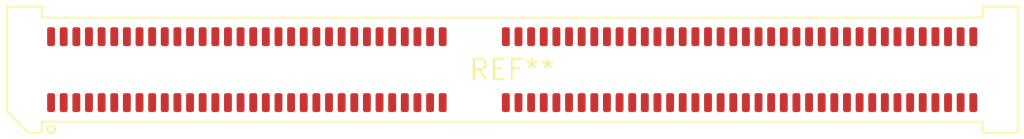
<source format=kicad_pcb>
(kicad_pcb (version 20240108) (generator pcbnew)
  (layers (0 "F.Cu" signal) (31 "B.Cu" signal) (34 "B.Paste" user) (35 "F.Paste" user) (36 "B.SilkS" user "B.Silkscreen") (37 "F.SilkS" user "F.Silkscreen") (38 "B.Mask" user) (39 "F.Mask" user) (44 "Edge.Cuts" user))
  (net 0 "")
  (footprint "Samtec_HSEC8-170-03-X-DV_2x70_P0.8mm_Pol32_Socket" (layer "F.Cu") (at 0 0)
    (property "Reference" "REF**")
    (property "Value" "Samtec_HSEC8-170-03-X-DV_2x70_P0.8mm_Pol32_Socket")
    (fp_line (start -32.01 -4.005) (end -29.79 -4.005) (layer "F.SilkS") (stroke (width 0.12)))
    (fp_line (start -32.01 2.640563) (end -32.01 -4.005) (layer "F.SilkS") (stroke (width 0.12)))
    (fp_line (start -30.645563 4.005) (end -32.01 2.640563) (layer "F.SilkS") (stroke (width 0.12)))
    (fp_line (start -29.79 -4.005) (end -29.79 -3.305) (layer "F.SilkS") (stroke (width 0.12)))
    (fp_line (start -29.79 -3.305) (end 29.79 -3.305) (layer "F.SilkS") (stroke (width 0.12)))
    (fp_line (start -29.79 3.305) (end -29.79 4.005) (layer "F.SilkS") (stroke (width 0.12)))
    (fp_line (start -29.79 4.005) (end -30.645563 4.005) (layer "F.SilkS") (stroke (width 0.12)))
    (fp_line (start 29.79 -4.005) (end 32.01 -4.005) (layer "F.SilkS") (stroke (width 0.12)))
    (fp_line (start 29.79 -3.305) (end 29.79 -4.005) (layer "F.SilkS") (stroke (width 0.12)))
    (fp_line (start 29.79 3.305) (end -29.79 3.305) (layer "F.SilkS") (stroke (width 0.12)))
    (fp_line (start 29.79 4.005) (end 29.79 3.305) (layer "F.SilkS") (stroke (width 0.12)))
    (fp_line (start 32.01 -4.005) (end 32.01 4.005) (layer "F.SilkS") (stroke (width 0.12)))
    (fp_line (start 32.01 4.005) (end 29.79 4.005) (layer "F.SilkS") (stroke (width 0.12)))
    (fp_arc (start -28.95 3.795) (mid -29.45 3.795) (end -28.95 3.795) (layer "F.SilkS") (stroke (width 0.12)))
    (pad "1" smd roundrect (at -29.2 2.095) (size 0.5 1.2) (layers "F.Cu" "F.Paste" "F.Mask"))
    (pad "2" smd roundrect (at -29.2 -2.095) (size 0.5 1.2) (layers "F.Cu" "F.Paste" "F.Mask"))
    (pad "3" smd roundrect (at -28.4 2.095) (size 0.5 1.2) (layers "F.Cu" "F.Paste" "F.Mask"))
    (pad "4" smd roundrect (at -28.4 -2.095) (size 0.5 1.2) (layers "F.Cu" "F.Paste" "F.Mask"))
    (pad "5" smd roundrect (at -27.6 2.095) (size 0.5 1.2) (layers "F.Cu" "F.Paste" "F.Mask"))
    (pad "6" smd roundrect (at -27.6 -2.095) (size 0.5 1.2) (layers "F.Cu" "F.Paste" "F.Mask"))
    (pad "7" smd roundrect (at -26.8 2.095) (size 0.5 1.2) (layers "F.Cu" "F.Paste" "F.Mask"))
    (pad "8" smd roundrect (at -26.8 -2.095) (size 0.5 1.2) (layers "F.Cu" "F.Paste" "F.Mask"))
    (pad "9" smd roundrect (at -26 2.095) (size 0.5 1.2) (layers "F.Cu" "F.Paste" "F.Mask"))
    (pad "10" smd roundrect (at -26 -2.095) (size 0.5 1.2) (layers "F.Cu" "F.Paste" "F.Mask"))
    (pad "11" smd roundrect (at -25.2 2.095) (size 0.5 1.2) (layers "F.Cu" "F.Paste" "F.Mask"))
    (pad "12" smd roundrect (at -25.2 -2.095) (size 0.5 1.2) (layers "F.Cu" "F.Paste" "F.Mask"))
    (pad "13" smd roundrect (at -24.4 2.095) (size 0.5 1.2) (layers "F.Cu" "F.Paste" "F.Mask"))
    (pad "14" smd roundrect (at -24.4 -2.095) (size 0.5 1.2) (layers "F.Cu" "F.Paste" "F.Mask"))
    (pad "15" smd roundrect (at -23.6 2.095) (size 0.5 1.2) (layers "F.Cu" "F.Paste" "F.Mask"))
    (pad "16" smd roundrect (at -23.6 -2.095) (size 0.5 1.2) (layers "F.Cu" "F.Paste" "F.Mask"))
    (pad "17" smd roundrect (at -22.8 2.095) (size 0.5 1.2) (layers "F.Cu" "F.Paste" "F.Mask"))
    (pad "18" smd roundrect (at -22.8 -2.095) (size 0.5 1.2) (layers "F.Cu" "F.Paste" "F.Mask"))
    (pad "19" smd roundrect (at -22 2.095) (size 0.5 1.2) (layers "F.Cu" "F.Paste" "F.Mask"))
    (pad "20" smd roundrect (at -22 -2.095) (size 0.5 1.2) (layers "F.Cu" "F.Paste" "F.Mask"))
    (pad "21" smd roundrect (at -21.2 2.095) (size 0.5 1.2) (layers "F.Cu" "F.Paste" "F.Mask"))
    (pad "22" smd roundrect (at -21.2 -2.095) (size 0.5 1.2) (layers "F.Cu" "F.Paste" "F.Mask"))
    (pad "23" smd roundrect (at -20.4 2.095) (size 0.5 1.2) (layers "F.Cu" "F.Paste" "F.Mask"))
    (pad "24" smd roundrect (at -20.4 -2.095) (size 0.5 1.2) (layers "F.Cu" "F.Paste" "F.Mask"))
    (pad "25" smd roundrect (at -19.6 2.095) (size 0.5 1.2) (layers "F.Cu" "F.Paste" "F.Mask"))
    (pad "26" smd roundrect (at -19.6 -2.095) (size 0.5 1.2) (layers "F.Cu" "F.Paste" "F.Mask"))
    (pad "27" smd roundrect (at -18.8 2.095) (size 0.5 1.2) (layers "F.Cu" "F.Paste" "F.Mask"))
    (pad "28" smd roundrect (at -18.8 -2.095) (size 0.5 1.2) (layers "F.Cu" "F.Paste" "F.Mask"))
    (pad "29" smd roundrect (at -18 2.095) (size 0.5 1.2) (layers "F.Cu" "F.Paste" "F.Mask"))
    (pad "30" smd roundrect (at -18 -2.095) (size 0.5 1.2) (layers "F.Cu" "F.Paste" "F.Mask"))
    (pad "31" smd roundrect (at -17.2 2.095) (size 0.5 1.2) (layers "F.Cu" "F.Paste" "F.Mask"))
    (pad "32" smd roundrect (at -17.2 -2.095) (size 0.5 1.2) (layers "F.Cu" "F.Paste" "F.Mask"))
    (pad "33" smd roundrect (at -16.4 2.095) (size 0.5 1.2) (layers "F.Cu" "F.Paste" "F.Mask"))
    (pad "34" smd roundrect (at -16.4 -2.095) (size 0.5 1.2) (layers "F.Cu" "F.Paste" "F.Mask"))
    (pad "35" smd roundrect (at -15.6 2.095) (size 0.5 1.2) (layers "F.Cu" "F.Paste" "F.Mask"))
    (pad "36" smd roundrect (at -15.6 -2.095) (size 0.5 1.2) (layers "F.Cu" "F.Paste" "F.Mask"))
    (pad "37" smd roundrect (at -14.8 2.095) (size 0.5 1.2) (layers "F.Cu" "F.Paste" "F.Mask"))
    (pad "38" smd roundrect (at -14.8 -2.095) (size 0.5 1.2) (layers "F.Cu" "F.Paste" "F.Mask"))
    (pad "39" smd roundrect (at -14 2.095) (size 0.5 1.2) (layers "F.Cu" "F.Paste" "F.Mask"))
    (pad "40" smd roundrect (at -14 -2.095) (size 0.5 1.2) (layers "F.Cu" "F.Paste" "F.Mask"))
    (pad "41" smd roundrect (at -13.2 2.095) (size 0.5 1.2) (layers "F.Cu" "F.Paste" "F.Mask"))
    (pad "42" smd roundrect (at -13.2 -2.095) (size 0.5 1.2) (layers "F.Cu" "F.Paste" "F.Mask"))
    (pad "43" smd roundrect (at -12.4 2.095) (size 0.5 1.2) (layers "F.Cu" "F.Paste" "F.Mask"))
    (pad "44" smd roundrect (at -12.4 -2.095) (size 0.5 1.2) (layers "F.Cu" "F.Paste" "F.Mask"))
    (pad "45" smd roundrect (at -11.6 2.095) (size 0.5 1.2) (layers "F.Cu" "F.Paste" "F.Mask"))
    (pad "46" smd roundrect (at -11.6 -2.095) (size 0.5 1.2) (layers "F.Cu" "F.Paste" "F.Mask"))
    (pad "47" smd roundrect (at -10.8 2.095) (size 0.5 1.2) (layers "F.Cu" "F.Paste" "F.Mask"))
    (pad "48" smd roundrect (at -10.8 -2.095) (size 0.5 1.2) (layers "F.Cu" "F.Paste" "F.Mask"))
    (pad "49" smd roundrect (at -10 2.095) (size 0.5 1.2) (layers "F.Cu" "F.Paste" "F.Mask"))
    (pad "50" smd roundrect (at -10 -2.095) (size 0.5 1.2) (layers "F.Cu" "F.Paste" "F.Mask"))
    (pad "51" smd roundrect (at -9.2 2.095) (size 0.5 1.2) (layers "F.Cu" "F.Paste" "F.Mask"))
    (pad "52" smd roundrect (at -9.2 -2.095) (size 0.5 1.2) (layers "F.Cu" "F.Paste" "F.Mask"))
    (pad "53" smd roundrect (at -8.4 2.095) (size 0.5 1.2) (layers "F.Cu" "F.Paste" "F.Mask"))
    (pad "54" smd roundrect (at -8.4 -2.095) (size 0.5 1.2) (layers "F.Cu" "F.Paste" "F.Mask"))
    (pad "55" smd roundrect (at -7.6 2.095) (size 0.5 1.2) (layers "F.Cu" "F.Paste" "F.Mask"))
    (pad "56" smd roundrect (at -7.6 -2.095) (size 0.5 1.2) (layers "F.Cu" "F.Paste" "F.Mask"))
    (pad "57" smd roundrect (at -6.8 2.095) (size 0.5 1.2) (layers "F.Cu" "F.Paste" "F.Mask"))
    (pad "58" smd roundrect (at -6.8 -2.095) (size 0.5 1.2) (layers "F.Cu" "F.Paste" "F.Mask"))
    (pad "59" smd roundrect (at -6 2.095) (size 0.5 1.2) (layers "F.Cu" "F.Paste" "F.Mask"))
    (pad "60" smd roundrect (at -6 -2.095) (size 0.5 1.2) (layers "F.Cu" "F.Paste" "F.Mask"))
    (pad "61" smd roundrect (at -5.2 2.095) (size 0.5 1.2) (layers "F.Cu" "F.Paste" "F.Mask"))
    (pad "62" smd roundrect (at -5.2 -2.095) (size 0.5 1.2) (layers "F.Cu" "F.Paste" "F.Mask"))
    (pad "63" smd roundrect (at -4.4 2.095) (size 0.5 1.2) (layers "F.Cu" "F.Paste" "F.Mask"))
    (pad "64" smd roundrect (at -4.4 -2.095) (size 0.5 1.2) (layers "F.Cu" "F.Paste" "F.Mask"))
    (pad "65" smd roundrect (at -0.4 2.095) (size 0.5 1.2) (layers "F.Cu" "F.Paste" "F.Mask"))
    (pad "66" smd roundrect (at -0.4 -2.095) (size 0.5 1.2) (layers "F.Cu" "F.Paste" "F.Mask"))
    (pad "67" smd roundrect (at 0.4 2.095) (size 0.5 1.2) (layers "F.Cu" "F.Paste" "F.Mask"))
    (pad "68" smd roundrect (at 0.4 -2.095) (size 0.5 1.2) (layers "F.Cu" "F.Paste" "F.Mask"))
    (pad "69" smd roundrect (at 1.2 2.095) (size 0.5 1.2) (layers "F.Cu" "F.Paste" "F.Mask"))
    (pad "70" smd roundrect (at 1.2 -2.095) (size 0.5 1.2) (layers "F.Cu" "F.Paste" "F.Mask"))
    (pad "71" smd roundrect (at 2 2.095) (size 0.5 1.2) (layers "F.Cu" "F.Paste" "F.Mask"))
    (pad "72" smd roundrect (at 2 -2.095) (size 0.5 1.2) (layers "F.Cu" "F.Paste" "F.Mask"))
    (pad "73" smd roundrect (at 2.8 2.095) (size 0.5 1.2) (layers "F.Cu" "F.Paste" "F.Mask"))
    (pad "74" smd roundrect (at 2.8 -2.095) (size 0.5 1.2) (layers "F.Cu" "F.Paste" "F.Mask"))
    (pad "75" smd roundrect (at 3.6 2.095) (size 0.5 1.2) (layers "F.Cu" "F.Paste" "F.Mask"))
    (pad "76" smd roundrect (at 3.6 -2.095) (size 0.5 1.2) (layers "F.Cu" "F.Paste" "F.Mask"))
    (pad "77" smd roundrect (at 4.4 2.095) (size 0.5 1.2) (layers "F.Cu" "F.Paste" "F.Mask"))
    (pad "78" smd roundrect (at 4.4 -2.095) (size 0.5 1.2) (layers "F.Cu" "F.Paste" "F.Mask"))
    (pad "79" smd roundrect (at 5.2 2.095) (size 0.5 1.2) (layers "F.Cu" "F.Paste" "F.Mask"))
    (pad "80" smd roundrect (at 5.2 -2.095) (size 0.5 1.2) (layers "F.Cu" "F.Paste" "F.Mask"))
    (pad "81" smd roundrect (at 6 2.095) (size 0.5 1.2) (layers "F.Cu" "F.Paste" "F.Mask"))
    (pad "82" smd roundrect (at 6 -2.095) (size 0.5 1.2) (layers "F.Cu" "F.Paste" "F.Mask"))
    (pad "83" smd roundrect (at 6.8 2.095) (size 0.5 1.2) (layers "F.Cu" "F.Paste" "F.Mask"))
    (pad "84" smd roundrect (at 6.8 -2.095) (size 0.5 1.2) (layers "F.Cu" "F.Paste" "F.Mask"))
    (pad "85" smd roundrect (at 7.6 2.095) (size 0.5 1.2) (layers "F.Cu" "F.Paste" "F.Mask"))
    (pad "86" smd roundrect (at 7.6 -2.095) (size 0.5 1.2) (layers "F.Cu" "F.Paste" "F.Mask"))
    (pad "87" smd roundrect (at 8.4 2.095) (size 0.5 1.2) (layers "F.Cu" "F.Paste" "F.Mask"))
    (pad "88" smd roundrect (at 8.4 -2.095) (size 0.5 1.2) (layers "F.Cu" "F.Paste" "F.Mask"))
    (pad "89" smd roundrect (at 9.2 2.095) (size 0.5 1.2) (layers "F.Cu" "F.Paste" "F.Mask"))
    (pad "90" smd roundrect (at 9.2 -2.095) (size 0.5 1.2) (layers "F.Cu" "F.Paste" "F.Mask"))
    (pad "91" smd roundrect (at 10 2.095) (size 0.5 1.2) (layers "F.Cu" "F.Paste" "F.Mask"))
    (pad "92" smd roundrect (at 10 -2.095) (size 0.5 1.2) (layers "F.Cu" "F.Paste" "F.Mask"))
    (pad "93" smd roundrect (at 10.8 2.095) (size 0.5 1.2) (layers "F.Cu" "F.Paste" "F.Mask"))
    (pad "94" smd roundrect (at 10.8 -2.095) (size 0.5 1.2) (layers "F.Cu" "F.Paste" "F.Mask"))
    (pad "95" smd roundrect (at 11.6 2.095) (size 0.5 1.2) (layers "F.Cu" "F.Paste" "F.Mask"))
    (pad "96" smd roundrect (at 11.6 -2.095) (size 0.5 1.2) (layers "F.Cu" "F.Paste" "F.Mask"))
    (pad "97" smd roundrect (at 12.4 2.095) (size 0.5 1.2) (layers "F.Cu" "F.Paste" "F.Mask"))
    (pad "98" smd roundrect (at 12.4 -2.095) (size 0.5 1.2) (layers "F.Cu" "F.Paste" "F.Mask"))
    (pad "99" smd roundrect (at 13.2 2.095) (size 0.5 1.2) (layers "F.Cu" "F.Paste" "F.Mask"))
    (pad "100" smd roundrect (at 13.2 -2.095) (size 0.5 1.2) (layers "F.Cu" "F.Paste" "F.Mask"))
    (pad "101" smd roundrect (at 14 2.095) (size 0.5 1.2) (layers "F.Cu" "F.Paste" "F.Mask"))
    (pad "102" smd roundrect (at 14 -2.095) (size 0.5 1.2) (layers "F.Cu" "F.Paste" "F.Mask"))
    (pad "103" smd roundrect (at 14.8 2.095) (size 0.5 1.2) (layers "F.Cu" "F.Paste" "F.Mask"))
    (pad "104" smd roundrect (at 14.8 -2.095) (size 0.5 1.2) (layers "F.Cu" "F.Paste" "F.Mask"))
    (pad "105" smd roundrect (at 15.6 2.095) (size 0.5 1.2) (layers "F.Cu" "F.Paste" "F.Mask"))
    (pad "106" smd roundrect (at 15.6 -2.095) (size 0.5 1.2) (layers "F.Cu" "F.Paste" "F.Mask"))
    (pad "107" smd roundrect (at 16.4 2.095) (size 0.5 1.2) (layers "F.Cu" "F.Paste" "F.Mask"))
    (pad "108" smd roundrect (at 16.4 -2.095) (size 0.5 1.2) (layers "F.Cu" "F.Paste" "F.Mask"))
    (pad "109" smd roundrect (at 17.2 2.095) (size 0.5 1.2) (layers "F.Cu" "F.Paste" "F.Mask"))
    (pad "110" smd roundrect (at 17.2 -2.095) (size 0.5 1.2) (layers "F.Cu" "F.Paste" "F.Mask"))
    (pad "111" smd roundrect (at 18 2.095) (size 0.5 1.2) (layers "F.Cu" "F.Paste" "F.Mask"))
    (pad "112" smd roundrect (at 18 -2.095) (size 0.5 1.2) (layers "F.Cu" "F.Paste" "F.Mask"))
    (pad "113" smd roundrect (at 18.8 2.095) (size 0.5 1.2) (layers "F.Cu" "F.Paste" "F.Mask"))
    (pad "114" smd roundrect (at 18.8 -2.095) (size 0.5 1.2) (layers "F.Cu" "F.Paste" "F.Mask"))
    (pad "115" smd roundrect (at 19.6 2.095) (size 0.5 1.2) (layers "F.Cu" "F.Paste" "F.Mask"))
    (pad "116" smd roundrect (at 19.6 -2.095) (size 0.5 1.2) (layers "F.Cu" "F.Paste" "F.Mask"))
    (pad "117" smd roundrect (at 20.4 2.095) (size 0.5 1.2) (layers "F.Cu" "F.Paste" "F.Mask"))
    (pad "118" smd roundrect (at 20.4 -2.095) (size 0.5 1.2) (layers "F.Cu" "F.Paste" "F.Mask"))
    (pad "119" smd roundrect (at 21.2 2.095) (size 0.5 1.2) (layers "F.Cu" "F.Paste" "F.Mask"))
    (pad "120" smd roundrect (at 21.2 -2.095) (size 0.5 1.2) (layers "F.Cu" "F.Paste" "F.Mask"))
    (pad "121" smd roundrect (at 22 2.095) (size 0.5 1.2) (layers "F.Cu" "F.Paste" "F.Mask"))
    (pad "122" smd roundrect (at 22 -2.095) (size 0.5 1.2) (layers "F.Cu" "F.Paste" "F.Mask"))
    (pad "123" smd roundrect (at 22.8 2.095) (size 0.5 1.2) (layers "F.Cu" "F.Paste" "F.Mask"))
    (pad "124" smd roundrect (at 22.8 -2.095) (size 0.5 1.2) (layers "F.Cu" "F.Paste" "F.Mask"))
    (pad "125" smd roundrect (at 23.6 2.095) (size 0.5 1.2) (layers "F.Cu" "F.Paste" "F.Mask"))
    (pad "126" smd roundrect (at 23.6 -2.095) (size 0.5 1.2) (layers "F.Cu" "F.Paste" "F.Mask"))
    (pad "127" smd roundrect (at 24.4 2.095) (size 0.5 1.2) (layers "F.Cu" "F.Paste" "F.Mask"))
    (pad "128" smd roundrect (at 24.4 -2.095) (size 0.5 1.2) (layers "F.Cu" "F.Paste" "F.Mask"))
    (pad "129" smd roundrect (at 25.2 2.095) (size 0.5 1.2) (layers "F.Cu" "F.Paste" "F.Mask"))
    (pad "130" smd roundrect (at 25.2 -2.095) (size 0.5 1.2) (layers "F.Cu" "F.Paste" "F.Mask"))
    (pad "131" smd roundrect (at 26 2.095) (size 0.5 1.2) (layers "F.Cu" "F.Paste" "F.Mask"))
    (pad "132" smd roundrect (at 26 -2.095) (size 0.5 1.2) (layers "F.Cu" "F.Paste" "F.Mask"))
    (pad "133" smd roundrect (at 26.8 2.095) (size 0.5 1.2) (layers "F.Cu" "F.Paste" "F.Mask"))
    (pad "134" smd roundrect (at 26.8 -2.095) (size 0.5 1.2) (layers "F.Cu" "F.Paste" "F.Mask"))
    (pad "135" smd roundrect (at 27.6 2.095) (size 0.5 1.2) (layers "F.Cu" "F.Paste" "F.Mask"))
    (pad "136" smd roundrect (at 27.6 -2.095) (size 0.5 1.2) (layers "F.Cu" "F.Paste" "F.Mask"))
    (pad "137" smd roundrect (at 28.4 2.095) (size 0.5 1.2) (layers "F.Cu" "F.Paste" "F.Mask"))
    (pad "138" smd roundrect (at 28.4 -2.095) (size 0.5 1.2) (layers "F.Cu" "F.Paste" "F.Mask"))
    (pad "139" smd roundrect (at 29.2 2.095) (size 0.5 1.2) (layers "F.Cu" "F.Paste" "F.Mask"))
    (pad "140" smd roundrect (at 29.2 -2.095) (size 0.5 1.2) (layers "F.Cu" "F.Paste" "F.Mask"))
  )
)
</source>
